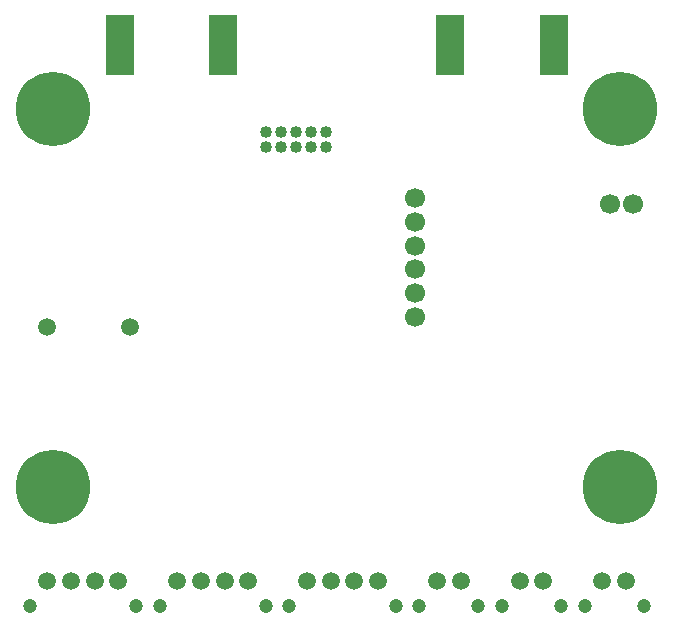
<source format=gbs>
G04 #@! TF.FileFunction,Soldermask,Bot*
%FSLAX46Y46*%
G04 Gerber Fmt 4.6, Leading zero omitted, Abs format (unit mm)*
G04 Created by KiCad (PCBNEW 0.201505031001+5637~23~ubuntu14.04.1-product) date Sat 23 May 2015 04:20:30 BST*
%MOMM*%
G01*
G04 APERTURE LIST*
%ADD10C,0.100000*%
%ADD11C,1.700000*%
%ADD12R,2.413000X5.080000*%
%ADD13C,1.016000*%
%ADD14C,1.500000*%
%ADD15C,6.300000*%
%ADD16C,0.600000*%
%ADD17C,1.200000*%
G04 APERTURE END LIST*
D10*
D11*
X131100000Y-136100000D03*
X129100000Y-136100000D03*
X112600000Y-135600000D03*
X112600000Y-137600000D03*
X112600000Y-139600000D03*
X112600000Y-141600000D03*
X112600000Y-143600000D03*
X112600000Y-145600000D03*
D12*
X87618500Y-122600000D03*
X96381500Y-122600000D03*
D13*
X100000000Y-131270000D03*
X100000000Y-130000000D03*
X101270000Y-131270000D03*
X101270000Y-130000000D03*
X102540000Y-131270000D03*
X102540000Y-130000000D03*
X103810000Y-131270000D03*
X103810000Y-130000000D03*
X105080000Y-131270000D03*
X105080000Y-130000000D03*
D12*
X115618500Y-122600000D03*
X124381500Y-122600000D03*
D14*
X81500000Y-146500000D03*
X88500000Y-146500000D03*
D15*
X82000000Y-128000000D03*
D16*
X82000000Y-125500000D03*
X84500000Y-128000000D03*
X82000000Y-130500000D03*
X79500000Y-128000000D03*
X80200000Y-126200000D03*
X83800000Y-126200000D03*
X80200000Y-129800000D03*
X83800000Y-129800000D03*
D15*
X130000000Y-128000000D03*
D16*
X130000000Y-125500000D03*
X132500000Y-128000000D03*
X130000000Y-130500000D03*
X127500000Y-128000000D03*
X128200000Y-126200000D03*
X131800000Y-126200000D03*
X128200000Y-129800000D03*
X131800000Y-129800000D03*
D15*
X130000000Y-160000000D03*
D16*
X130000000Y-157500000D03*
X132500000Y-160000000D03*
X130000000Y-162500000D03*
X127500000Y-160000000D03*
X128200000Y-158200000D03*
X131800000Y-158200000D03*
X128200000Y-161800000D03*
X131800000Y-161800000D03*
D15*
X82000000Y-160000000D03*
D16*
X82000000Y-157500000D03*
X84500000Y-160000000D03*
X82000000Y-162500000D03*
X79500000Y-160000000D03*
X80200000Y-158200000D03*
X83800000Y-158200000D03*
X80200000Y-161800000D03*
X83800000Y-161800000D03*
D14*
X98500000Y-168000000D03*
X96500000Y-168000000D03*
X94500000Y-168000000D03*
X92500000Y-168000000D03*
D17*
X100000000Y-170100000D03*
X91000000Y-170100000D03*
D14*
X87500000Y-168000000D03*
X85500000Y-168000000D03*
X83500000Y-168000000D03*
X81500000Y-168000000D03*
D17*
X89000000Y-170100000D03*
X80000000Y-170100000D03*
D14*
X109500000Y-168000000D03*
X107500000Y-168000000D03*
X105500000Y-168000000D03*
X103500000Y-168000000D03*
D17*
X111000000Y-170100000D03*
X102000000Y-170100000D03*
D14*
X116500000Y-168000000D03*
X114500000Y-168000000D03*
D17*
X118000000Y-170100000D03*
X113000000Y-170100000D03*
D14*
X130500000Y-168000000D03*
X128500000Y-168000000D03*
D17*
X132000000Y-170100000D03*
X127000000Y-170100000D03*
D14*
X123500000Y-168000000D03*
X121500000Y-168000000D03*
D17*
X125000000Y-170100000D03*
X120000000Y-170100000D03*
M02*

</source>
